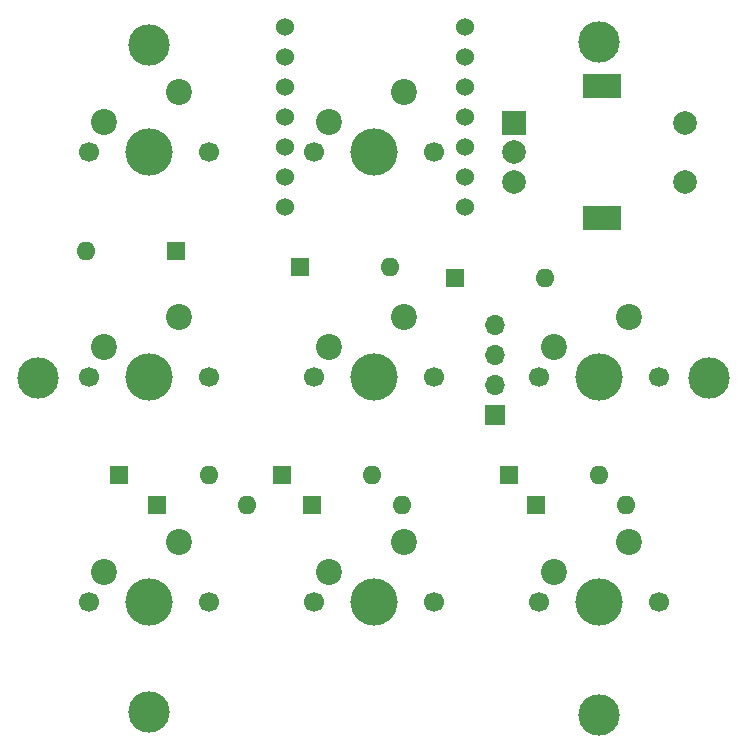
<source format=gbr>
%TF.GenerationSoftware,KiCad,Pcbnew,9.0.3*%
%TF.CreationDate,2025-07-24T19:08:26+05:30*%
%TF.ProjectId,hackpad,6861636b-7061-4642-9e6b-696361645f70,rev?*%
%TF.SameCoordinates,Original*%
%TF.FileFunction,Soldermask,Top*%
%TF.FilePolarity,Negative*%
%FSLAX46Y46*%
G04 Gerber Fmt 4.6, Leading zero omitted, Abs format (unit mm)*
G04 Created by KiCad (PCBNEW 9.0.3) date 2025-07-24 19:08:26*
%MOMM*%
%LPD*%
G01*
G04 APERTURE LIST*
%ADD10C,3.500000*%
%ADD11C,1.700000*%
%ADD12C,4.000000*%
%ADD13C,2.200000*%
%ADD14R,2.000000X2.000000*%
%ADD15C,2.000000*%
%ADD16R,3.200000X2.000000*%
%ADD17R,1.600000X1.600000*%
%ADD18O,1.600000X1.600000*%
%ADD19C,1.524000*%
%ADD20R,1.700000X1.700000*%
%ADD21O,1.700000X1.700000*%
G04 APERTURE END LIST*
D10*
%TO.C,REF\u002A\u002A*%
X166422000Y-128791661D03*
%TD*%
D11*
%TO.C,SW4*%
X123230000Y-100156500D03*
D12*
X128310000Y-100156500D03*
D11*
X133390000Y-100156500D03*
D13*
X130850000Y-95076500D03*
X124500000Y-97616500D03*
%TD*%
D14*
%TO.C,SW3*%
X159160000Y-78606500D03*
D15*
X159160000Y-83606500D03*
X159160000Y-81106500D03*
D16*
X166660000Y-75506500D03*
X166660000Y-86706500D03*
D15*
X173660000Y-83606500D03*
X173660000Y-78606500D03*
%TD*%
D11*
%TO.C,SW1*%
X123230000Y-81106500D03*
D12*
X128310000Y-81106500D03*
D11*
X133390000Y-81106500D03*
D13*
X130850000Y-76026500D03*
X124500000Y-78566500D03*
%TD*%
D11*
%TO.C,SW9*%
X161330000Y-119206500D03*
D12*
X166410000Y-119206500D03*
D11*
X171490000Y-119206500D03*
D13*
X168950000Y-114126500D03*
X162600000Y-116666500D03*
%TD*%
D10*
%TO.C,REF\u002A\u002A*%
X118922000Y-100266661D03*
%TD*%
D11*
%TO.C,SW7*%
X123230000Y-119206500D03*
D12*
X128310000Y-119206500D03*
D11*
X133390000Y-119206500D03*
D13*
X130850000Y-114126500D03*
X124500000Y-116666500D03*
%TD*%
D10*
%TO.C,REF\u002A\u002A*%
X175672000Y-100266661D03*
%TD*%
D11*
%TO.C,SW2*%
X142280000Y-81106500D03*
D12*
X147360000Y-81106500D03*
D11*
X152440000Y-81106500D03*
D13*
X149900000Y-76026500D03*
X143550000Y-78566500D03*
%TD*%
D10*
%TO.C,REF\u002A\u002A*%
X128285000Y-72016661D03*
%TD*%
D11*
%TO.C,SW5*%
X142280000Y-100156500D03*
D12*
X147360000Y-100156500D03*
D11*
X152440000Y-100156500D03*
D13*
X149900000Y-95076500D03*
X143550000Y-97616500D03*
%TD*%
D11*
%TO.C,SW8*%
X142280000Y-119206500D03*
D12*
X147360000Y-119206500D03*
D11*
X152440000Y-119206500D03*
D13*
X149900000Y-114126500D03*
X143550000Y-116666500D03*
%TD*%
D11*
%TO.C,SW6*%
X161330000Y-100156500D03*
D12*
X166410000Y-100156500D03*
D11*
X171490000Y-100156500D03*
D13*
X168950000Y-95076500D03*
X162600000Y-97616500D03*
%TD*%
D10*
%TO.C,REF\u002A\u002A*%
X166422000Y-71766661D03*
%TD*%
%TO.C,REF\u002A\u002A*%
X128285000Y-128516661D03*
%TD*%
D17*
%TO.C,D7*%
X128932000Y-110951500D03*
D18*
X136552000Y-110951500D03*
%TD*%
D17*
%TO.C,D8*%
X142052000Y-110951500D03*
D18*
X149672000Y-110951500D03*
%TD*%
D17*
%TO.C,D2*%
X141100000Y-90800000D03*
D18*
X148720000Y-90800000D03*
%TD*%
D17*
%TO.C,D6*%
X158742000Y-108451500D03*
D18*
X166362000Y-108451500D03*
%TD*%
D17*
%TO.C,D5*%
X139552000Y-108451500D03*
D18*
X147172000Y-108451500D03*
%TD*%
D19*
%TO.C,U1*%
X155040000Y-70500000D03*
X155040000Y-73040000D03*
X155040000Y-75580000D03*
X155040000Y-78120000D03*
X155040000Y-80660000D03*
X155040000Y-83200000D03*
X155040000Y-85740000D03*
X139800000Y-85740000D03*
X139800000Y-83200000D03*
X139800000Y-80660000D03*
X139800000Y-78120000D03*
X139800000Y-75580000D03*
X139800000Y-73040000D03*
X139800000Y-70500000D03*
%TD*%
D20*
%TO.C,OL1*%
X157552000Y-103324000D03*
D21*
X157552000Y-100784000D03*
X157552000Y-98244000D03*
X157552000Y-95704000D03*
%TD*%
D17*
%TO.C,D3*%
X154200000Y-91800000D03*
D18*
X161820000Y-91800000D03*
%TD*%
D17*
%TO.C,D9*%
X161052000Y-110951500D03*
D18*
X168672000Y-110951500D03*
%TD*%
D17*
%TO.C,D1*%
X130552000Y-89451500D03*
D18*
X122932000Y-89451500D03*
%TD*%
D17*
%TO.C,D4*%
X125742000Y-108451500D03*
D18*
X133362000Y-108451500D03*
%TD*%
M02*

</source>
